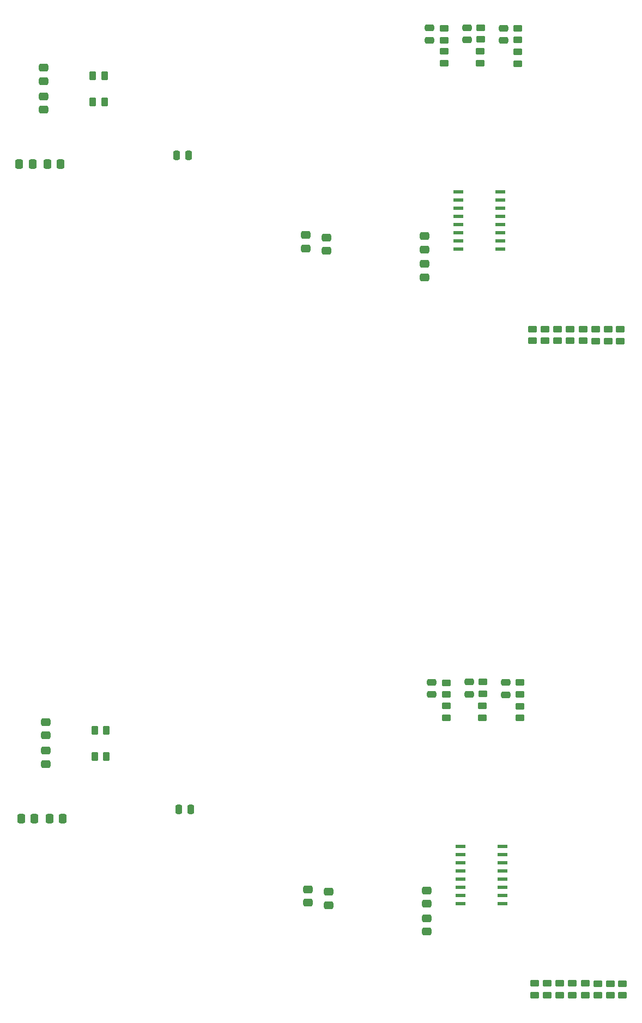
<source format=gbr>
%TF.GenerationSoftware,KiCad,Pcbnew,6.0.7-f9a2dced07~116~ubuntu20.04.1*%
%TF.CreationDate,2022-11-23T13:06:06+01:00*%
%TF.ProjectId,board,626f6172-642e-46b6-9963-61645f706362,rev?*%
%TF.SameCoordinates,Original*%
%TF.FileFunction,Paste,Top*%
%TF.FilePolarity,Positive*%
%FSLAX46Y46*%
G04 Gerber Fmt 4.6, Leading zero omitted, Abs format (unit mm)*
G04 Created by KiCad (PCBNEW 6.0.7-f9a2dced07~116~ubuntu20.04.1) date 2022-11-23 13:06:06*
%MOMM*%
%LPD*%
G01*
G04 APERTURE LIST*
G04 Aperture macros list*
%AMRoundRect*
0 Rectangle with rounded corners*
0 $1 Rounding radius*
0 $2 $3 $4 $5 $6 $7 $8 $9 X,Y pos of 4 corners*
0 Add a 4 corners polygon primitive as box body*
4,1,4,$2,$3,$4,$5,$6,$7,$8,$9,$2,$3,0*
0 Add four circle primitives for the rounded corners*
1,1,$1+$1,$2,$3*
1,1,$1+$1,$4,$5*
1,1,$1+$1,$6,$7*
1,1,$1+$1,$8,$9*
0 Add four rect primitives between the rounded corners*
20,1,$1+$1,$2,$3,$4,$5,0*
20,1,$1+$1,$4,$5,$6,$7,0*
20,1,$1+$1,$6,$7,$8,$9,0*
20,1,$1+$1,$8,$9,$2,$3,0*%
G04 Aperture macros list end*
%ADD10RoundRect,0.250000X0.475000X-0.250000X0.475000X0.250000X-0.475000X0.250000X-0.475000X-0.250000X0*%
%ADD11RoundRect,0.250000X-0.450000X0.262500X-0.450000X-0.262500X0.450000X-0.262500X0.450000X0.262500X0*%
%ADD12RoundRect,0.250000X-0.337500X-0.475000X0.337500X-0.475000X0.337500X0.475000X-0.337500X0.475000X0*%
%ADD13RoundRect,0.250000X0.337500X0.475000X-0.337500X0.475000X-0.337500X-0.475000X0.337500X-0.475000X0*%
%ADD14RoundRect,0.250000X-0.262500X-0.450000X0.262500X-0.450000X0.262500X0.450000X-0.262500X0.450000X0*%
%ADD15RoundRect,0.250000X0.450000X-0.262500X0.450000X0.262500X-0.450000X0.262500X-0.450000X-0.262500X0*%
%ADD16RoundRect,0.250000X0.475000X-0.337500X0.475000X0.337500X-0.475000X0.337500X-0.475000X-0.337500X0*%
%ADD17RoundRect,0.250000X-0.250000X-0.475000X0.250000X-0.475000X0.250000X0.475000X-0.250000X0.475000X0*%
%ADD18RoundRect,0.250000X-0.475000X0.337500X-0.475000X-0.337500X0.475000X-0.337500X0.475000X0.337500X0*%
%ADD19RoundRect,0.137500X-0.662500X-0.137500X0.662500X-0.137500X0.662500X0.137500X-0.662500X0.137500X0*%
G04 APERTURE END LIST*
D10*
%TO.C,C21*%
X115319047Y-141920953D03*
X115319047Y-140020953D03*
%TD*%
D11*
%TO.C,R3*%
X129665047Y-186783953D03*
X129665047Y-188608953D03*
%TD*%
D12*
%TO.C,C4*%
X40073047Y-161162953D03*
X42148047Y-161162953D03*
%TD*%
D13*
%TO.C,C6*%
X46550047Y-161162953D03*
X44475047Y-161162953D03*
%TD*%
D14*
%TO.C,R12*%
X51503047Y-151510953D03*
X53328047Y-151510953D03*
%TD*%
D11*
%TO.C,R1*%
X133445047Y-186793953D03*
X133445047Y-188618953D03*
%TD*%
D15*
%TO.C,R8*%
X117543047Y-145541953D03*
X117543047Y-143716953D03*
%TD*%
D16*
%TO.C,C24*%
X103065047Y-178710453D03*
X103065047Y-176635453D03*
%TD*%
D17*
%TO.C,C7*%
X64523047Y-159765953D03*
X66423047Y-159765953D03*
%TD*%
D10*
%TO.C,C22*%
X109669047Y-141853953D03*
X109669047Y-139953953D03*
%TD*%
D11*
%TO.C,R2*%
X131605047Y-186793953D03*
X131605047Y-188618953D03*
%TD*%
D14*
%TO.C,R13*%
X51503047Y-147446953D03*
X53328047Y-147446953D03*
%TD*%
D18*
%TO.C,C26*%
X103065047Y-172317453D03*
X103065047Y-174392453D03*
%TD*%
D16*
%TO.C,C2*%
X43883047Y-152675453D03*
X43883047Y-150600453D03*
%TD*%
D11*
%TO.C,R4*%
X127725047Y-186773953D03*
X127725047Y-188598953D03*
%TD*%
%TO.C,R14*%
X123725047Y-186763953D03*
X123725047Y-188588953D03*
%TD*%
D15*
%TO.C,R10*%
X111701047Y-145461953D03*
X111701047Y-143636953D03*
%TD*%
D10*
%TO.C,C17*%
X103827047Y-141882453D03*
X103827047Y-139982453D03*
%TD*%
D11*
%TO.C,R5*%
X125675047Y-186773953D03*
X125675047Y-188598953D03*
%TD*%
D15*
%TO.C,R11*%
X111828047Y-141778953D03*
X111828047Y-139953953D03*
%TD*%
D11*
%TO.C,R15*%
X121765047Y-186761453D03*
X121765047Y-188586453D03*
%TD*%
D15*
%TO.C,R7*%
X106113047Y-141882453D03*
X106113047Y-140057453D03*
%TD*%
D19*
%TO.C,U7*%
X108324047Y-165480953D03*
X108324047Y-166750953D03*
X108324047Y-168020953D03*
X108324047Y-169290953D03*
X108324047Y-170560953D03*
X108324047Y-171830953D03*
X108324047Y-173100953D03*
X108324047Y-174370953D03*
X114824047Y-174370953D03*
X114824047Y-173100953D03*
X114824047Y-171830953D03*
X114824047Y-170560953D03*
X114824047Y-169290953D03*
X114824047Y-168020953D03*
X114824047Y-166750953D03*
X114824047Y-165480953D03*
%TD*%
D15*
%TO.C,R9*%
X117543047Y-141858953D03*
X117543047Y-140033953D03*
%TD*%
%TO.C,R6*%
X106113047Y-145461953D03*
X106113047Y-143636953D03*
%TD*%
D18*
%TO.C,C1*%
X43883047Y-146155453D03*
X43883047Y-148230453D03*
%TD*%
D11*
%TO.C,R16*%
X119795047Y-186758953D03*
X119795047Y-188583953D03*
%TD*%
D18*
%TO.C,C9*%
X87825047Y-172549953D03*
X87825047Y-174624953D03*
%TD*%
%TO.C,C8*%
X84650047Y-172168953D03*
X84650047Y-174243953D03*
%TD*%
%TO.C,C8*%
X84318500Y-70523000D03*
X84318500Y-72598000D03*
%TD*%
%TO.C,C9*%
X87493500Y-70904000D03*
X87493500Y-72979000D03*
%TD*%
D11*
%TO.C,R16*%
X119463500Y-85113000D03*
X119463500Y-86938000D03*
%TD*%
D18*
%TO.C,C1*%
X43551500Y-44509500D03*
X43551500Y-46584500D03*
%TD*%
D15*
%TO.C,R6*%
X105781500Y-43816000D03*
X105781500Y-41991000D03*
%TD*%
%TO.C,R9*%
X117211500Y-40213000D03*
X117211500Y-38388000D03*
%TD*%
D19*
%TO.C,U7*%
X107992500Y-63835000D03*
X107992500Y-65105000D03*
X107992500Y-66375000D03*
X107992500Y-67645000D03*
X107992500Y-68915000D03*
X107992500Y-70185000D03*
X107992500Y-71455000D03*
X107992500Y-72725000D03*
X114492500Y-72725000D03*
X114492500Y-71455000D03*
X114492500Y-70185000D03*
X114492500Y-68915000D03*
X114492500Y-67645000D03*
X114492500Y-66375000D03*
X114492500Y-65105000D03*
X114492500Y-63835000D03*
%TD*%
D15*
%TO.C,R7*%
X105781500Y-40236500D03*
X105781500Y-38411500D03*
%TD*%
D11*
%TO.C,R15*%
X121433500Y-85115500D03*
X121433500Y-86940500D03*
%TD*%
D15*
%TO.C,R11*%
X111496500Y-40133000D03*
X111496500Y-38308000D03*
%TD*%
D11*
%TO.C,R5*%
X125343500Y-85128000D03*
X125343500Y-86953000D03*
%TD*%
D10*
%TO.C,C17*%
X103495500Y-40236500D03*
X103495500Y-38336500D03*
%TD*%
D15*
%TO.C,R10*%
X111369500Y-43816000D03*
X111369500Y-41991000D03*
%TD*%
D11*
%TO.C,R14*%
X123393500Y-85118000D03*
X123393500Y-86943000D03*
%TD*%
%TO.C,R4*%
X127393500Y-85128000D03*
X127393500Y-86953000D03*
%TD*%
D16*
%TO.C,C2*%
X43551500Y-51029500D03*
X43551500Y-48954500D03*
%TD*%
D18*
%TO.C,C26*%
X102733500Y-70671500D03*
X102733500Y-72746500D03*
%TD*%
D14*
%TO.C,R13*%
X51171500Y-45801000D03*
X52996500Y-45801000D03*
%TD*%
D11*
%TO.C,R2*%
X131273500Y-85148000D03*
X131273500Y-86973000D03*
%TD*%
D10*
%TO.C,C22*%
X109337500Y-40208000D03*
X109337500Y-38308000D03*
%TD*%
D17*
%TO.C,C7*%
X64191500Y-58120000D03*
X66091500Y-58120000D03*
%TD*%
D16*
%TO.C,C24*%
X102733500Y-77064500D03*
X102733500Y-74989500D03*
%TD*%
D15*
%TO.C,R8*%
X117211500Y-43896000D03*
X117211500Y-42071000D03*
%TD*%
D11*
%TO.C,R1*%
X133113500Y-85148000D03*
X133113500Y-86973000D03*
%TD*%
D14*
%TO.C,R12*%
X51171500Y-49865000D03*
X52996500Y-49865000D03*
%TD*%
D13*
%TO.C,C6*%
X46218500Y-59517000D03*
X44143500Y-59517000D03*
%TD*%
D12*
%TO.C,C4*%
X39741500Y-59517000D03*
X41816500Y-59517000D03*
%TD*%
D11*
%TO.C,R3*%
X129333500Y-85138000D03*
X129333500Y-86963000D03*
%TD*%
D10*
%TO.C,C21*%
X114987500Y-40275000D03*
X114987500Y-38375000D03*
%TD*%
M02*

</source>
